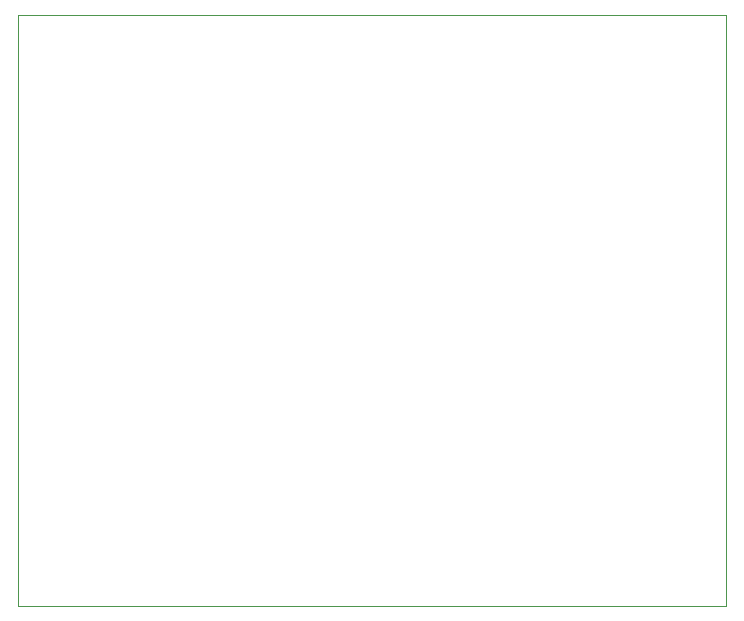
<source format=gm1>
G04 #@! TF.GenerationSoftware,KiCad,Pcbnew,(5.1.5)-3*
G04 #@! TF.CreationDate,2020-04-09T15:05:06+03:00*
G04 #@! TF.ProjectId,DCDimmer,44434469-6d6d-4657-922e-6b696361645f,rev?*
G04 #@! TF.SameCoordinates,Original*
G04 #@! TF.FileFunction,Profile,NP*
%FSLAX46Y46*%
G04 Gerber Fmt 4.6, Leading zero omitted, Abs format (unit mm)*
G04 Created by KiCad (PCBNEW (5.1.5)-3) date 2020-04-09 15:05:06*
%MOMM*%
%LPD*%
G04 APERTURE LIST*
%ADD10C,0.010000*%
%ADD11C,0.050000*%
G04 APERTURE END LIST*
D10*
X101600000Y-71120000D02*
X101600000Y-121120000D01*
X101600000Y-121120000D02*
X161600000Y-121120000D01*
D11*
X161600000Y-71120000D02*
X161600000Y-121120000D01*
D10*
X101600000Y-71120000D02*
X161600000Y-71120000D01*
M02*

</source>
